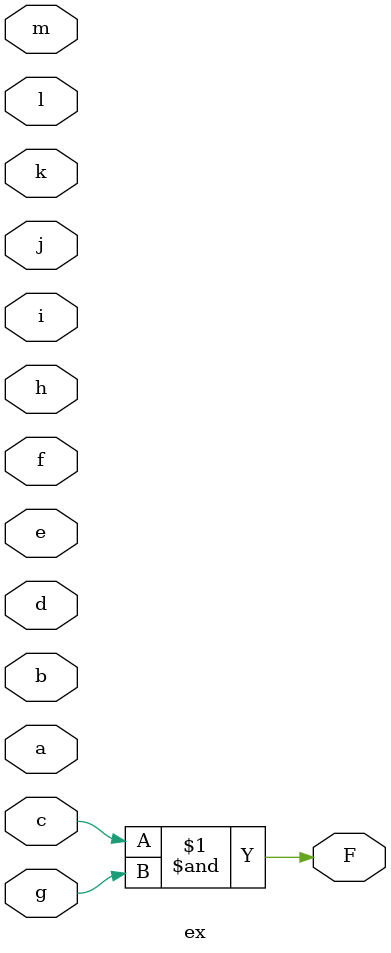
<source format=v>

module ex ( 
    a, b, c, d, e, f, g, h, i, j, k, l, m,
    F  );
  input  a, b, c, d, e, f, g, h, i, j, k, l, m;
  output F;
  assign F = c & g;
endmodule



</source>
